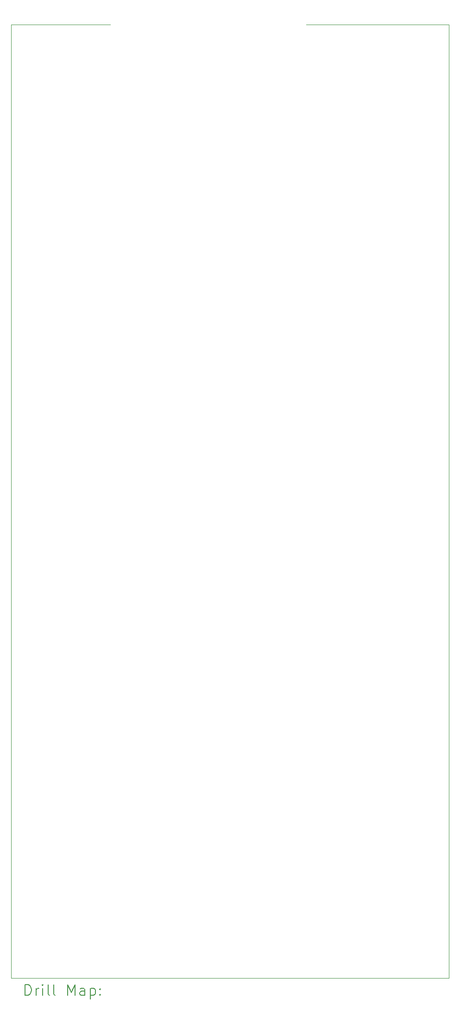
<source format=gbr>
%TF.GenerationSoftware,KiCad,Pcbnew,(6.0.7)*%
%TF.CreationDate,2023-09-05T12:05:13+01:00*%
%TF.ProjectId,CCC_rig_driver,4343435f-7269-4675-9f64-72697665722e,rev?*%
%TF.SameCoordinates,Original*%
%TF.FileFunction,Drillmap*%
%TF.FilePolarity,Positive*%
%FSLAX45Y45*%
G04 Gerber Fmt 4.5, Leading zero omitted, Abs format (unit mm)*
G04 Created by KiCad (PCBNEW (6.0.7)) date 2023-09-05 12:05:13*
%MOMM*%
%LPD*%
G01*
G04 APERTURE LIST*
%ADD10C,0.100000*%
%ADD11C,0.200000*%
G04 APERTURE END LIST*
D10*
X1199774Y-19399402D02*
X1199774Y-1999402D01*
X3006760Y-1999460D02*
X1199774Y-1999402D01*
X6593240Y-1999460D02*
X9199774Y-1999402D01*
X1199774Y-19399402D02*
X9199774Y-19399402D01*
X9199774Y-1999402D02*
X9199774Y-19399402D01*
D11*
X1452393Y-19714878D02*
X1452393Y-19514878D01*
X1500012Y-19514878D01*
X1528584Y-19524402D01*
X1547631Y-19543449D01*
X1557155Y-19562497D01*
X1566679Y-19600592D01*
X1566679Y-19629164D01*
X1557155Y-19667259D01*
X1547631Y-19686306D01*
X1528584Y-19705354D01*
X1500012Y-19714878D01*
X1452393Y-19714878D01*
X1652393Y-19714878D02*
X1652393Y-19581544D01*
X1652393Y-19619640D02*
X1661917Y-19600592D01*
X1671441Y-19591068D01*
X1690488Y-19581544D01*
X1709536Y-19581544D01*
X1776203Y-19714878D02*
X1776203Y-19581544D01*
X1776203Y-19514878D02*
X1766679Y-19524402D01*
X1776203Y-19533925D01*
X1785727Y-19524402D01*
X1776203Y-19514878D01*
X1776203Y-19533925D01*
X1900012Y-19714878D02*
X1880965Y-19705354D01*
X1871441Y-19686306D01*
X1871441Y-19514878D01*
X2004774Y-19714878D02*
X1985727Y-19705354D01*
X1976203Y-19686306D01*
X1976203Y-19514878D01*
X2233346Y-19714878D02*
X2233346Y-19514878D01*
X2300012Y-19657735D01*
X2366679Y-19514878D01*
X2366679Y-19714878D01*
X2547631Y-19714878D02*
X2547631Y-19610116D01*
X2538108Y-19591068D01*
X2519060Y-19581544D01*
X2480965Y-19581544D01*
X2461917Y-19591068D01*
X2547631Y-19705354D02*
X2528584Y-19714878D01*
X2480965Y-19714878D01*
X2461917Y-19705354D01*
X2452393Y-19686306D01*
X2452393Y-19667259D01*
X2461917Y-19648211D01*
X2480965Y-19638687D01*
X2528584Y-19638687D01*
X2547631Y-19629164D01*
X2642870Y-19581544D02*
X2642870Y-19781544D01*
X2642870Y-19591068D02*
X2661917Y-19581544D01*
X2700012Y-19581544D01*
X2719060Y-19591068D01*
X2728584Y-19600592D01*
X2738108Y-19619640D01*
X2738108Y-19676783D01*
X2728584Y-19695830D01*
X2719060Y-19705354D01*
X2700012Y-19714878D01*
X2661917Y-19714878D01*
X2642870Y-19705354D01*
X2823822Y-19695830D02*
X2833346Y-19705354D01*
X2823822Y-19714878D01*
X2814298Y-19705354D01*
X2823822Y-19695830D01*
X2823822Y-19714878D01*
X2823822Y-19591068D02*
X2833346Y-19600592D01*
X2823822Y-19610116D01*
X2814298Y-19600592D01*
X2823822Y-19591068D01*
X2823822Y-19610116D01*
M02*

</source>
